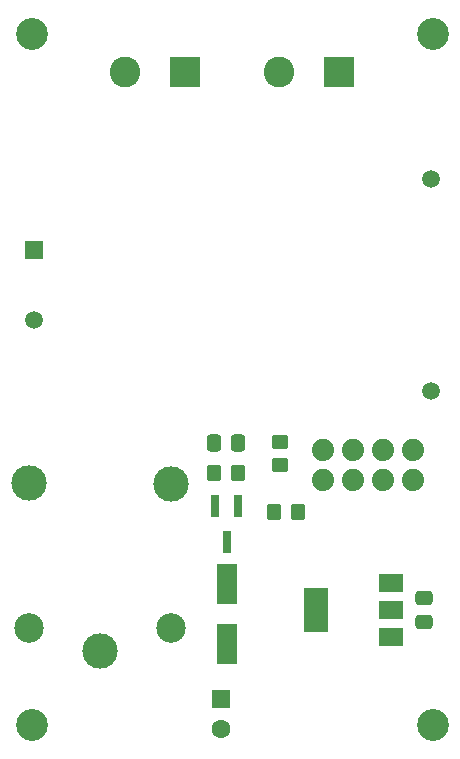
<source format=gbr>
%TF.GenerationSoftware,KiCad,Pcbnew,(6.0.6)*%
%TF.CreationDate,2023-01-19T19:18:13-03:00*%
%TF.ProjectId,mod_rele,6d6f645f-7265-46c6-952e-6b696361645f,rev?*%
%TF.SameCoordinates,Original*%
%TF.FileFunction,Soldermask,Top*%
%TF.FilePolarity,Negative*%
%FSLAX46Y46*%
G04 Gerber Fmt 4.6, Leading zero omitted, Abs format (unit mm)*
G04 Created by KiCad (PCBNEW (6.0.6)) date 2023-01-19 19:18:13*
%MOMM*%
%LPD*%
G01*
G04 APERTURE LIST*
G04 Aperture macros list*
%AMRoundRect*
0 Rectangle with rounded corners*
0 $1 Rounding radius*
0 $2 $3 $4 $5 $6 $7 $8 $9 X,Y pos of 4 corners*
0 Add a 4 corners polygon primitive as box body*
4,1,4,$2,$3,$4,$5,$6,$7,$8,$9,$2,$3,0*
0 Add four circle primitives for the rounded corners*
1,1,$1+$1,$2,$3*
1,1,$1+$1,$4,$5*
1,1,$1+$1,$6,$7*
1,1,$1+$1,$8,$9*
0 Add four rect primitives between the rounded corners*
20,1,$1+$1,$2,$3,$4,$5,0*
20,1,$1+$1,$4,$5,$6,$7,0*
20,1,$1+$1,$6,$7,$8,$9,0*
20,1,$1+$1,$8,$9,$2,$3,0*%
G04 Aperture macros list end*
%ADD10C,2.600000*%
%ADD11R,2.600000X2.600000*%
%ADD12C,1.879600*%
%ADD13C,1.500000*%
%ADD14R,1.500000X1.500000*%
%ADD15C,1.600000*%
%ADD16R,1.600000X1.600000*%
%ADD17RoundRect,0.250000X0.337500X0.475000X-0.337500X0.475000X-0.337500X-0.475000X0.337500X-0.475000X0*%
%ADD18RoundRect,0.250000X-0.350000X-0.450000X0.350000X-0.450000X0.350000X0.450000X-0.350000X0.450000X0*%
%ADD19R,0.800000X1.900000*%
%ADD20R,2.000000X1.500000*%
%ADD21R,2.000000X3.800000*%
%ADD22C,2.700000*%
%ADD23C,2.500000*%
%ADD24C,3.000000*%
%ADD25RoundRect,0.250000X-0.450000X0.350000X-0.450000X-0.350000X0.450000X-0.350000X0.450000X0.350000X0*%
%ADD26RoundRect,0.250000X0.350000X0.450000X-0.350000X0.450000X-0.350000X-0.450000X0.350000X-0.450000X0*%
%ADD27R,1.800000X3.500000*%
%ADD28RoundRect,0.250000X-0.475000X0.337500X-0.475000X-0.337500X0.475000X-0.337500X0.475000X0.337500X0*%
G04 APERTURE END LIST*
D10*
%TO.C,J1*%
X82920000Y-39945000D03*
D11*
X88000000Y-39945000D03*
%TD*%
D12*
%TO.C,U2*%
X99690000Y-74501350D03*
X99690000Y-71961350D03*
X102230000Y-74501350D03*
X102230000Y-71961350D03*
X104770000Y-74501350D03*
X104770000Y-71961350D03*
X107310000Y-74501350D03*
X107310000Y-71961350D03*
%TD*%
D13*
%TO.C,PS1*%
X108800000Y-67000000D03*
X108800000Y-49000000D03*
X75200000Y-61000000D03*
D14*
X75200000Y-55000000D03*
%TD*%
D15*
%TO.C,C3*%
X91000000Y-95567621D03*
D16*
X91000000Y-93067621D03*
%TD*%
D17*
%TO.C,C2*%
X90402500Y-71374000D03*
X92477500Y-71374000D03*
%TD*%
D18*
%TO.C,R2*%
X97536000Y-77216000D03*
X95536000Y-77216000D03*
%TD*%
D19*
%TO.C,Q1*%
X91500000Y-79732000D03*
X90550000Y-76732000D03*
X92450000Y-76732000D03*
%TD*%
D20*
%TO.C,U1*%
X105400000Y-83200000D03*
D21*
X99100000Y-85500000D03*
D20*
X105400000Y-85500000D03*
X105400000Y-87800000D03*
%TD*%
D10*
%TO.C,J2*%
X95965000Y-39945000D03*
D11*
X101045000Y-39945000D03*
%TD*%
D22*
%TO.C,H4*%
X109000000Y-95250000D03*
%TD*%
D23*
%TO.C,K1*%
X74800000Y-87050000D03*
D24*
X74750000Y-74800000D03*
X86800000Y-74850000D03*
D23*
X86800000Y-87050000D03*
D24*
X80750000Y-89000000D03*
%TD*%
D25*
%TO.C,R1*%
X96000000Y-73250000D03*
X96000000Y-71250000D03*
%TD*%
D26*
%TO.C,R3*%
X90440000Y-73914000D03*
X92440000Y-73914000D03*
%TD*%
D27*
%TO.C,D1*%
X91500000Y-83352000D03*
X91500000Y-88352000D03*
%TD*%
D22*
%TO.C,H3*%
X109000000Y-36750000D03*
%TD*%
D28*
%TO.C,C1*%
X108250000Y-86537500D03*
X108250000Y-84462500D03*
%TD*%
D22*
%TO.C,H1*%
X75000000Y-95250000D03*
%TD*%
%TO.C,H2*%
X75000000Y-36750000D03*
%TD*%
M02*

</source>
